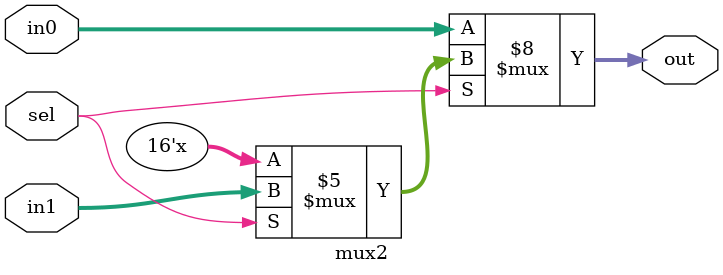
<source format=v>
module mux2  (in0,in1,sel,out);
		
	input [16-1:0] in0;
	input [16-1:0] in1;
	input sel;
	output reg [15:0]out;
	
	always @(*)
		begin
			if(sel==1'b0) 		out<=in0;
			else if(sel==1'b1)  out<=in1;
			else				out<=16'hzzzz;
		end
endmodule
</source>
